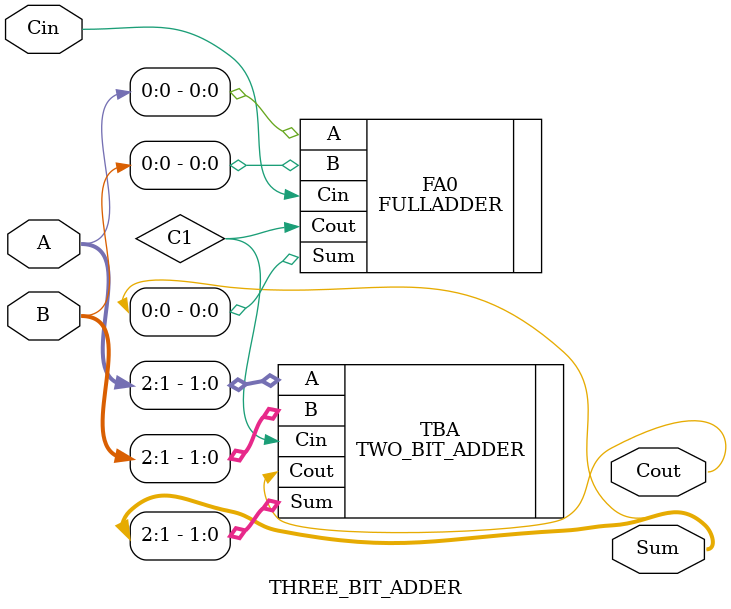
<source format=v>
`timescale 1ns / 1ps


module THREE_BIT_ADDER(
    input [2:0] A,
    input [2:0] B,
    input Cin,
    output [2:0] Sum,
    output Cout
    );

    wire C1, C2;

    FULLADDER FA0 (
        .A(A[0]),
        .B(B[0]),
        .Cin(Cin),
        .Sum(Sum[0]),
        .Cout(C1)
    );

    TWO_BIT_ADDER TBA (
        .A(A[2:1]),
        .B(B[2:1]),
        .Cin(C1),
        .Sum(Sum[2:1]),
        .Cout(Cout)
    );
endmodule

</source>
